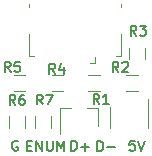
<source format=gto>
%TF.GenerationSoftware,KiCad,Pcbnew,4.0.7*%
%TF.CreationDate,2017-12-10T14:51:51+08:00*%
%TF.ProjectId,MicroUSB,4D6963726F5553422E6B696361645F70,rev?*%
%TF.FileFunction,Legend,Top*%
%FSLAX46Y46*%
G04 Gerber Fmt 4.6, Leading zero omitted, Abs format (unit mm)*
G04 Created by KiCad (PCBNEW 4.0.7) date 12/10/17 14:51:51*
%MOMM*%
%LPD*%
G01*
G04 APERTURE LIST*
%ADD10C,0.100000*%
%ADD11C,0.200000*%
%ADD12C,0.120000*%
G04 APERTURE END LIST*
D10*
D11*
X3072619Y-12915000D02*
X2991667Y-12874524D01*
X2870238Y-12874524D01*
X2748810Y-12915000D01*
X2667857Y-12995952D01*
X2627381Y-13076905D01*
X2586905Y-13238810D01*
X2586905Y-13360238D01*
X2627381Y-13522143D01*
X2667857Y-13603095D01*
X2748810Y-13684048D01*
X2870238Y-13724524D01*
X2951190Y-13724524D01*
X3072619Y-13684048D01*
X3113095Y-13643571D01*
X3113095Y-13360238D01*
X2951190Y-13360238D01*
X3891667Y-13279286D02*
X4175000Y-13279286D01*
X4296429Y-13724524D02*
X3891667Y-13724524D01*
X3891667Y-12874524D01*
X4296429Y-12874524D01*
X4660715Y-13724524D02*
X4660715Y-12874524D01*
X5146429Y-13724524D01*
X5146429Y-12874524D01*
X5551191Y-12874524D02*
X5551191Y-13562619D01*
X5591667Y-13643571D01*
X5632143Y-13684048D01*
X5713096Y-13724524D01*
X5875000Y-13724524D01*
X5955953Y-13684048D01*
X5996429Y-13643571D01*
X6036905Y-13562619D01*
X6036905Y-12874524D01*
X6441667Y-13724524D02*
X6441667Y-12874524D01*
X6725000Y-13481667D01*
X7008334Y-12874524D01*
X7008334Y-13724524D01*
X7631191Y-13704524D02*
X7631191Y-12854524D01*
X7833572Y-12854524D01*
X7955000Y-12895000D01*
X8035953Y-12975952D01*
X8076429Y-13056905D01*
X8116905Y-13218810D01*
X8116905Y-13340238D01*
X8076429Y-13502143D01*
X8035953Y-13583095D01*
X7955000Y-13664048D01*
X7833572Y-13704524D01*
X7631191Y-13704524D01*
X8481191Y-13380714D02*
X9128810Y-13380714D01*
X8805000Y-13704524D02*
X8805000Y-13056905D01*
X9831191Y-13744524D02*
X9831191Y-12894524D01*
X10033572Y-12894524D01*
X10155000Y-12935000D01*
X10235953Y-13015952D01*
X10276429Y-13096905D01*
X10316905Y-13258810D01*
X10316905Y-13380238D01*
X10276429Y-13542143D01*
X10235953Y-13623095D01*
X10155000Y-13704048D01*
X10033572Y-13744524D01*
X9831191Y-13744524D01*
X10681191Y-13420714D02*
X11328810Y-13420714D01*
X12978096Y-12854524D02*
X12573334Y-12854524D01*
X12532858Y-13259286D01*
X12573334Y-13218810D01*
X12654286Y-13178333D01*
X12856667Y-13178333D01*
X12937620Y-13218810D01*
X12978096Y-13259286D01*
X13018572Y-13340238D01*
X13018572Y-13542619D01*
X12978096Y-13623571D01*
X12937620Y-13664048D01*
X12856667Y-13704524D01*
X12654286Y-13704524D01*
X12573334Y-13664048D01*
X12532858Y-13623571D01*
X13261429Y-12854524D02*
X13544763Y-13704524D01*
X13828096Y-12854524D01*
D12*
X9860000Y-10130000D02*
X8930000Y-10130000D01*
X6700000Y-10130000D02*
X7630000Y-10130000D01*
X6700000Y-10130000D02*
X6700000Y-12290000D01*
X9860000Y-10130000D02*
X9860000Y-11590000D01*
X10870000Y-10020000D02*
X10870000Y-11820000D01*
X14090000Y-11820000D02*
X14090000Y-9370000D01*
X12240000Y-7290000D02*
X13240000Y-7290000D01*
X13240000Y-8650000D02*
X12240000Y-8650000D01*
X10040000Y-8650000D02*
X9040000Y-8650000D01*
X9040000Y-7290000D02*
X10040000Y-7290000D01*
X13900000Y-4980000D02*
X13900000Y-5980000D01*
X12540000Y-5980000D02*
X12540000Y-4980000D01*
X6950000Y-8650000D02*
X5950000Y-8650000D01*
X5950000Y-7290000D02*
X6950000Y-7290000D01*
X2740000Y-7290000D02*
X3740000Y-7290000D01*
X3740000Y-8650000D02*
X2740000Y-8650000D01*
X3700000Y-10780000D02*
X3700000Y-11780000D01*
X2340000Y-11780000D02*
X2340000Y-10780000D01*
X5890000Y-10780000D02*
X5890000Y-11780000D01*
X4530000Y-11780000D02*
X4530000Y-10780000D01*
X11840000Y-5700000D02*
X11390000Y-5700000D01*
X11840000Y-3850000D02*
X11840000Y-5700000D01*
X4040000Y-1300000D02*
X4040000Y-1550000D01*
X11840000Y-1300000D02*
X11840000Y-1550000D01*
X4040000Y-3850000D02*
X4040000Y-5700000D01*
X4040000Y-5700000D02*
X4490000Y-5700000D01*
X9640000Y-6250000D02*
X9190000Y-6250000D01*
X9640000Y-6250000D02*
X9640000Y-5800000D01*
D11*
X11618333Y-7034524D02*
X11335000Y-6629762D01*
X11132619Y-7034524D02*
X11132619Y-6184524D01*
X11456428Y-6184524D01*
X11537381Y-6225000D01*
X11577857Y-6265476D01*
X11618333Y-6346429D01*
X11618333Y-6467857D01*
X11577857Y-6548810D01*
X11537381Y-6589286D01*
X11456428Y-6629762D01*
X11132619Y-6629762D01*
X11942143Y-6265476D02*
X11982619Y-6225000D01*
X12063571Y-6184524D01*
X12265952Y-6184524D01*
X12346905Y-6225000D01*
X12387381Y-6265476D01*
X12427857Y-6346429D01*
X12427857Y-6427381D01*
X12387381Y-6548810D01*
X11901667Y-7034524D01*
X12427857Y-7034524D01*
X9998333Y-9764524D02*
X9715000Y-9359762D01*
X9512619Y-9764524D02*
X9512619Y-8914524D01*
X9836428Y-8914524D01*
X9917381Y-8955000D01*
X9957857Y-8995476D01*
X9998333Y-9076429D01*
X9998333Y-9197857D01*
X9957857Y-9278810D01*
X9917381Y-9319286D01*
X9836428Y-9359762D01*
X9512619Y-9359762D01*
X10807857Y-9764524D02*
X10322143Y-9764524D01*
X10565000Y-9764524D02*
X10565000Y-8914524D01*
X10484048Y-9035952D01*
X10403095Y-9116905D01*
X10322143Y-9157381D01*
X13128333Y-3964524D02*
X12845000Y-3559762D01*
X12642619Y-3964524D02*
X12642619Y-3114524D01*
X12966428Y-3114524D01*
X13047381Y-3155000D01*
X13087857Y-3195476D01*
X13128333Y-3276429D01*
X13128333Y-3397857D01*
X13087857Y-3478810D01*
X13047381Y-3519286D01*
X12966428Y-3559762D01*
X12642619Y-3559762D01*
X13411667Y-3114524D02*
X13937857Y-3114524D01*
X13654524Y-3438333D01*
X13775952Y-3438333D01*
X13856905Y-3478810D01*
X13897381Y-3519286D01*
X13937857Y-3600238D01*
X13937857Y-3802619D01*
X13897381Y-3883571D01*
X13856905Y-3924048D01*
X13775952Y-3964524D01*
X13533095Y-3964524D01*
X13452143Y-3924048D01*
X13411667Y-3883571D01*
X6248333Y-7194524D02*
X5965000Y-6789762D01*
X5762619Y-7194524D02*
X5762619Y-6344524D01*
X6086428Y-6344524D01*
X6167381Y-6385000D01*
X6207857Y-6425476D01*
X6248333Y-6506429D01*
X6248333Y-6627857D01*
X6207857Y-6708810D01*
X6167381Y-6749286D01*
X6086428Y-6789762D01*
X5762619Y-6789762D01*
X6976905Y-6627857D02*
X6976905Y-7194524D01*
X6774524Y-6304048D02*
X6572143Y-6911190D01*
X7098333Y-6911190D01*
X2478333Y-7024524D02*
X2195000Y-6619762D01*
X1992619Y-7024524D02*
X1992619Y-6174524D01*
X2316428Y-6174524D01*
X2397381Y-6215000D01*
X2437857Y-6255476D01*
X2478333Y-6336429D01*
X2478333Y-6457857D01*
X2437857Y-6538810D01*
X2397381Y-6579286D01*
X2316428Y-6619762D01*
X1992619Y-6619762D01*
X3247381Y-6174524D02*
X2842619Y-6174524D01*
X2802143Y-6579286D01*
X2842619Y-6538810D01*
X2923571Y-6498333D01*
X3125952Y-6498333D01*
X3206905Y-6538810D01*
X3247381Y-6579286D01*
X3287857Y-6660238D01*
X3287857Y-6862619D01*
X3247381Y-6943571D01*
X3206905Y-6984048D01*
X3125952Y-7024524D01*
X2923571Y-7024524D01*
X2842619Y-6984048D01*
X2802143Y-6943571D01*
X2888333Y-9834524D02*
X2605000Y-9429762D01*
X2402619Y-9834524D02*
X2402619Y-8984524D01*
X2726428Y-8984524D01*
X2807381Y-9025000D01*
X2847857Y-9065476D01*
X2888333Y-9146429D01*
X2888333Y-9267857D01*
X2847857Y-9348810D01*
X2807381Y-9389286D01*
X2726428Y-9429762D01*
X2402619Y-9429762D01*
X3616905Y-8984524D02*
X3455000Y-8984524D01*
X3374048Y-9025000D01*
X3333571Y-9065476D01*
X3252619Y-9186905D01*
X3212143Y-9348810D01*
X3212143Y-9672619D01*
X3252619Y-9753571D01*
X3293095Y-9794048D01*
X3374048Y-9834524D01*
X3535952Y-9834524D01*
X3616905Y-9794048D01*
X3657381Y-9753571D01*
X3697857Y-9672619D01*
X3697857Y-9470238D01*
X3657381Y-9389286D01*
X3616905Y-9348810D01*
X3535952Y-9308333D01*
X3374048Y-9308333D01*
X3293095Y-9348810D01*
X3252619Y-9389286D01*
X3212143Y-9470238D01*
X5188333Y-9791905D02*
X4905000Y-9410952D01*
X4702619Y-9791905D02*
X4702619Y-8991905D01*
X5026428Y-8991905D01*
X5107381Y-9030000D01*
X5147857Y-9068095D01*
X5188333Y-9144286D01*
X5188333Y-9258571D01*
X5147857Y-9334762D01*
X5107381Y-9372857D01*
X5026428Y-9410952D01*
X4702619Y-9410952D01*
X5471667Y-8991905D02*
X6038333Y-8991905D01*
X5674048Y-9791905D01*
M02*

</source>
